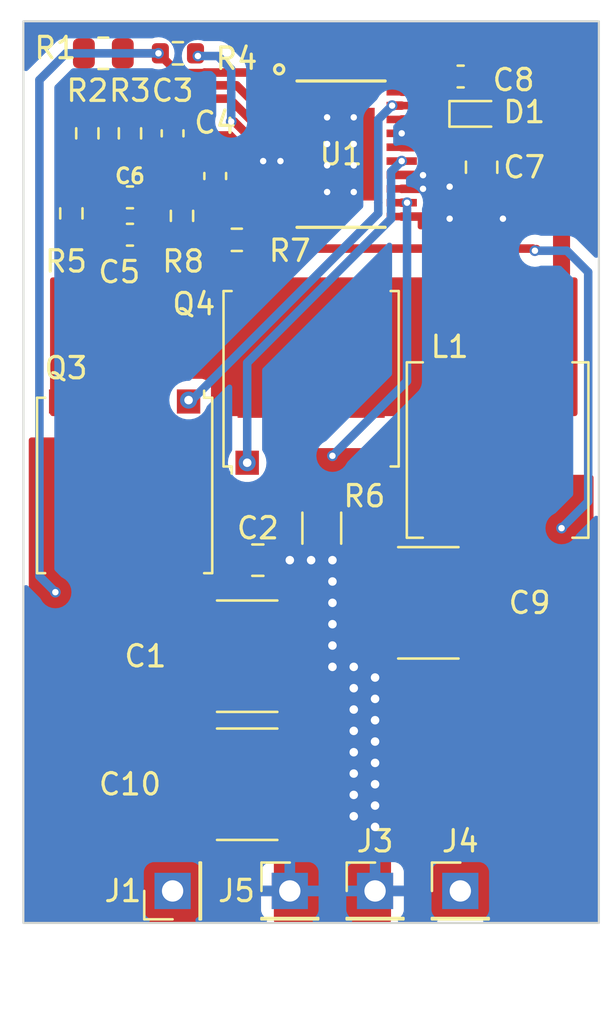
<source format=kicad_pcb>
(kicad_pcb (version 20240108) (generator "pcbnew") (generator_version "8.0")
  (layers (0 "F.Cu" signal) (1 "In1.Cu" signal) (2 "In2.Cu" signal) (31 "B.Cu" signal) (34 "B.Paste" user) (35 "F.Paste" user) (36 "B.SilkS" user "B.Silkscreen") (37 "F.SilkS" user "F.Silkscreen") (38 "B.Mask" user) (39 "F.Mask" user) (44 "Edge.Cuts" user))
  (net 0 "")
  (net 1 "Net-(J1-Pin_1)")
  (net 2 "GND")
  (net 3 "Net-(U1-RAMP)")
  (net 4 "Net-(U1-SS)")
  (net 5 "Net-(U1-COMP)")
  (net 6 "Net-(U1-FB)")
  (net 7 "Net-(C6-Pad1)")
  (net 8 "Net-(D1-A)")
  (net 9 "Net-(D1-K)")
  (net 10 "Net-(U1-UVLO)")
  (net 11 "Net-(U1-RT{slash}SYNC)")
  (net 12 "Net-(U1-EN)")
  (net 13 "Net-(Q3-S)")
  (net 14 "Net-(Q3-G)")
  (net 15 "Net-(Q4-G)")
  (net 16 "Net-(Q4-S)")
  (net 17 "Net-(J4-Pin_1)")
  (footprint "Capacitor_SMD:C_0603_1608Metric" (layer "F.Cu") (at 171.5 72.5 90)
    (property "Reference" "C4" (at 2.5 0 180) (layer "F.SilkS"))
    (property "Value" "33n")
    (fp_line (start -0.14058 -0.51) (end 0.14058 -0.51) (stroke (width 0.12)) (layer "F.SilkS"))
    (fp_line (start -0.14058 0.51) (end 0.14058 0.51) (stroke (width 0.12)) (layer "F.SilkS"))
    (pad "1" smd roundrect (at -0.775 0 90) (size 0.9 0.95) (layers "F.Cu" "F.Paste" "F.Mask") (net 4 "Net-(U1-SS)"))
    (pad "2" smd roundrect (at 0.775 0 90) (size 0.9 0.95) (layers "F.Cu" "F.Paste" "F.Mask") (net 2 "GND"))
  )
  (footprint "Package_TO_SOT_SMD:PQFN_8x8" (layer "F.Cu") (at 176 82 90)
    (property "Reference" "Q4" (at 3.5 -5.5 180) (layer "F.SilkS"))
    (property "Value" "Q_NMOS_GSD")
    (fp_line (start 4.11 -4.11) (end -4.11 -4.11) (stroke (width 0.12)) (layer "F.SilkS"))
    (fp_line (start 4.11 -3.73) (end 4.11 -4.11) (stroke (width 0.12)) (layer "F.SilkS"))
    (fp_line (start -4.11 -3.73) (end -4.11 -4.11) (stroke (width 0.12)) (layer "F.SilkS"))
    (fp_line (start -4.11 -3.73) (end -4.44 -3.73) (stroke (width 0.12)) (layer "F.SilkS"))
    (fp_line (start 4.11 3.73) (end 4.11 4.11) (stroke (width 0.12)) (layer "F.SilkS"))
    (fp_line (start -4.11 3.73) (end -4.11 4.11) (stroke (width 0.12)) (layer "F.SilkS"))
    (fp_line (start 4.11 4.11) (end -4.11 4.11) (stroke (width 0.12)) (layer "F.SilkS"))
    (pad "1" smd rect (at -3.935 -3 90) (size 1.13 1.1) (layers "F.Cu" "F.Paste" "F.Mask") (net 15 "Net-(Q4-G)"))
    (pad "2" smd custom (at -3.61 1 90) (size 0.48 5.1) (layers "F.Cu" "F.Paste" "F.Mask") (net 16 "Net-(Q4-S)") (options (clearance outline) (anchor rect)) (primitives (gr_poly (pts (xy -0.24 -1.45) (xy -0.89 -1.45) (xy -0.89 -2.55) (xy -0.24 -2.55)) (width 0) (fill yes)) (gr_poly (pts (xy -0.24 0.55) (xy -0.89 0.55) (xy -0.89 -0.55) (xy -0.24 -0.55)) (width 0) (fill yes)) (gr_poly (pts (xy -0.24 2.55) (xy -0.89 2.55) (xy -0.89 1.45) (xy -0.24 1.45)) (width 0) (fill yes))))
    (pad "3" smd custom (at 0.785 0 90) (size 5.23 6.9) (layers "F.Cu" "F.Mask") (net 13 "Net-(Q3-S)") (options (clearance outline) (anchor rect)) (primitives (gr_poly (pts (xy 3.715 -2.45) (xy 2.615 -2.45) (xy 2.615 -3.55) (xy 3.715 -3.55)) (width 0) (fill yes)) (gr_poly (pts (xy 3.715 -0.45) (xy 2.615 -0.45) (xy 2.615 -1.55) (xy 3.715 -1.55)) (width 0) (fill yes)) (gr_poly (pts (xy 3.715 1.55) (xy 2.615 1.55) (xy 2.615 0.45) (xy 3.715 0.45)) (width 0) (fill yes)) (gr_poly (pts (xy 3.715 3.55) (xy 2.615 3.55) (xy 2.615 2.45) (xy 3.715 2.45)) (width 0) (fill yes))))
  )
  (footprint "Resistor_SMD:R_0603_1608Metric" (layer "F.Cu") (at 169.75 66.75)
    (property "Reference" "R4" (at 2.75 0.25 0) (layer "F.SilkS"))
    (property "Value" "1Meg")
    (fp_line (start -0.237258 -0.5225) (end 0.237258 -0.5225) (stroke (width 0.12)) (layer "F.SilkS"))
    (fp_line (start -0.237258 0.5225) (end 0.237258 0.5225) (stroke (width 0.12)) (layer "F.SilkS"))
    (pad "1" smd roundrect (at -0.825 0) (size 0.8 0.95) (layers "F.Cu" "F.Paste" "F.Mask") (net 1 "Net-(J1-Pin_1)"))
    (pad "2" smd roundrect (at 0.825 0) (size 0.8 0.95) (layers "F.Cu" "F.Paste" "F.Mask") (net 12 "Net-(U1-EN)"))
  )
  (footprint "Resistor_SMD:R_0603_1608Metric" (layer "F.Cu") (at 172.513224 75.489917 180)
    (property "Reference" "R7" (at -2.486776 -0.510083 180) (layer "F.SilkS"))
    (property "Value" "62k")
    (fp_line (start -0.237258 0.5225) (end 0.237258 0.5225) (stroke (width 0.12)) (layer "F.SilkS"))
    (fp_line (start -0.237258 -0.5225) (end 0.237258 -0.5225) (stroke (width 0.12)) (layer "F.SilkS"))
    (pad "1" smd roundrect (at -0.825 0 180) (size 0.8 0.95) (layers "F.Cu" "F.Paste" "F.Mask") (net 17 "Net-(J4-Pin_1)"))
    (pad "2" smd roundrect (at 0.825 0 180) (size 0.8 0.95) (layers "F.Cu" "F.Paste" "F.Mask") (net 6 "Net-(U1-FB)"))
  )
  (footprint "Capacitor_SMD:C_0805_2012Metric" (layer "F.Cu") (at 184 72.087499 -90)
    (property "Reference" "C7" (at 0 -2 180) (layer "F.SilkS"))
    (property "Value" "1u")
    (fp_line (start -0.261252 0.735) (end 0.261252 0.735) (stroke (width 0.12)) (layer "F.SilkS"))
    (fp_line (start -0.261252 -0.735) (end 0.261252 -0.735) (stroke (width 0.12)) (layer "F.SilkS"))
    (pad "1" smd roundrect (at -0.95 0 270) (size 1 1.45) (layers "F.Cu" "F.Paste" "F.Mask") (net 8 "Net-(D1-A)"))
    (pad "2" smd roundrect (at 0.95 0 270) (size 1 1.45) (layers "F.Cu" "F.Paste" "F.Mask") (net 2 "GND"))
  )
  (footprint "Capacitor_SMD:C_0805_2012Metric" (layer "F.Cu") (at 173.5 90.5)
    (property "Reference" "C2" (at 0 -1.5 0) (layer "F.SilkS"))
    (property "Value" "100n")
    (fp_line (start -0.261252 -0.735) (end 0.261252 -0.735) (stroke (width 0.12)) (layer "F.SilkS"))
    (fp_line (start -0.261252 0.735) (end 0.261252 0.735) (stroke (width 0.12)) (layer "F.SilkS"))
    (pad "1" smd roundrect (at -0.95 0) (size 1 1.45) (layers "F.Cu" "F.Paste" "F.Mask") (net 1 "Net-(J1-Pin_1)"))
    (pad "2" smd roundrect (at 0.95 0) (size 1 1.45) (layers "F.Cu" "F.Paste" "F.Mask") (net 2 "GND"))
  )
  (footprint "footprints:MXA20A_TEX" (layer "F.Cu") (at 177.4052 71.474999)
    (property "Reference" "U1" (at 0 0 0) (layer "F.SilkS"))
    (property "Value" "LM5116MHX/NOPB")
    (fp_line (start -2.067964 3.429) (end 2.067951 3.429) (stroke (width 0.1524)) (layer "F.SilkS"))
    (fp_line (start 2.067964 -3.429) (end -2.067951 -3.429) (stroke (width 0.1524)) (layer "F.SilkS"))
    (pad "1" smd rect (at -2.8448 -2.925) (size 1.4224 0.3556) (layers "F.Cu" "F.Paste" "F.Mask") (net 1 "Net-(J1-Pin_1)"))
    (pad "2" smd rect (at -2.8448 -2.274999) (size 1.4224 0.3556) (layers "F.Cu" "F.Paste" "F.Mask") (net 10 "Net-(U1-UVLO)"))
    (pad "3" smd rect (at -2.8448 -1.625001) (size 1.4224 0.3556) (layers "F.Cu" "F.Paste" "F.Mask") (net 11 "Net-(U1-RT{slash}SYNC)"))
    (pad "4" smd rect (at -2.8448 -0.974999) (size 1.4224 0.3556) (layers "F.Cu" "F.Paste" "F.Mask") (net 12 "Net-(U1-EN)"))
    (pad "5" smd rect (at -2.8448 -0.325001) (size 1.4224 0.3556) (layers "F.Cu" "F.Paste" "F.Mask") (net 3 "Net-(U1-RAMP)"))
    (pad "6" smd rect (at -2.8448 0.324998) (size 1.4224 0.3556) (layers "F.Cu" "F.Paste" "F.Mask") (net 2 "GND"))
    (pad "7" smd rect (at -2.8448 0.974999) (size 1.4224 0.3556) (layers "F.Cu" "F.Paste" "F.Mask") (net 4 "Net-(U1-SS)"))
    (pad "8" smd rect (at -2.8448 1.624998) (size 1.4224 0.3556) (layers "F.Cu" "F.Paste" "F.Mask") (net 6 "Net-(U1-FB)"))
    (pad "9" smd rect (at -2.8448 2.274999) (size 1.4224 0.3556) (layers "F.Cu" "F.Paste" "F.Mask") (net 5 "Net-(U1-COMP)"))
    (pad "10" smd rect (at -2.8448 2.924998) (size 1.4224 0.3556) (layers "F.Cu" "F.Paste" "F.Mask") (net 17 "Net-(J4-Pin_1)"))
    (pad "11" smd rect (at 2.8448 2.925) (size 1.4224 0.3556) (layers "F.Cu" "F.Paste" "F.Mask") (net 2 "GND"))
    (pad "12" smd rect (at 2.8448 2.275002) (size 1.4224 0.3556) (layers "F.Cu" "F.Paste" "F.Mask") (net 16 "Net-(Q4-S)"))
    (pad "13" smd rect (at 2.8448 1.625001) (size 1.4224 0.3556) (layers "F.Cu" "F.Paste" "F.Mask") (net 2 "GND"))
    (pad "14" smd rect (at 2.8448 0.975002) (size 1.4224 0.3556) (layers "F.Cu" "F.Paste" "F.Mask") (net 2 "GND"))
    (pad "15" smd rect (at 2.8448 0.325001) (size 1.4224 0.3556) (layers "F.Cu" "F.Paste" "F.Mask") (net 15 "Net-(Q4-G)"))
    (pad "16" smd rect (at 2.8448 -0.324998) (size 1.4224 0.3556) (layers "F.Cu" "F.Paste" "F.Mask") (net 8 "Net-(D1-A)"))
    (pad "17" smd rect (at 2.8448 -0.974999) (size 1.4224 0.3556) (layers "F.Cu" "F.Paste" "F.Mask") (net 2 "GND"))
    (pad "18" smd rect (at 2.8448 -1.624998) (size 1.4224 0.3556) (layers "F.Cu" "F.Paste" "F.Mask") (net 9 "Net-(D1-K)"))
    (pad "19" smd rect (at 2.8448 -2.274999) (size 1.4224 0.3556) (layers "F.Cu" "F.Paste" "F.Mask") (net 14 "Net-(Q3-G)"))
    (pad "20" smd rect (at 2.8448 -2.924998) (size 1.4224 0.3556) (layers "F.Cu" "F.Paste" "F.Mask") (net 13 "Net-(Q3-S)"))
    (pad "21" smd rect (at 0 0) (size 3.1496 4.3434) (layers "F.Cu" "F.Paste" "F.Mask") (net 2 "GND"))
  )
  (footprint "Capacitor_SMD:C_0603_1608Metric" (layer "F.Cu") (at 183.016905 67.837499 180)
    (property "Reference" "C8" (at -2.483095 -0.162501 180) (layer "F.SilkS"))
    (property "Value" "100n")
    (fp_line (start -0.14058 0.51) (end 0.14058 0.51) (stroke (width 0.12)) (layer "F.SilkS"))
    (fp_line (start -0.14058 -0.51) (end 0.14058 -0.51) (stroke (width 0.12)) (layer "F.SilkS"))
    (pad "1" smd roundrect (at -0.775 0 180) (size 0.9 0.95) (layers "F.Cu" "F.Paste" "F.Mask") (net 9 "Net-(D1-K)"))
    (pad "2" smd roundrect (at 0.775 0 180) (size 0.9 0.95) (layers "F.Cu" "F.Paste" "F.Mask") (net 13 "Net-(Q3-S)"))
  )
  (footprint "Package_TO_SOT_SMD:PQFN_8x8" (layer "F.Cu") (at 167.25 87 -90)
    (property "Reference" "Q3" (at -5.5 2.75 180) (layer "F.SilkS"))
    (property "Value" "Q_NMOS_GSD")
    (fp_line (start 4.11 4.11) (end -4.11 4.11) (stroke (width 0.12)) (layer "F.SilkS"))
    (fp_line (start -4.11 3.73) (end -4.11 4.11) (stroke (width 0.12)) (layer "F.SilkS"))
    (fp_line (start 4.11 3.73) (end 4.11 4.11) (stroke (width 0.12)) (layer "F.SilkS"))
    (fp_line (start -4.11 -3.73) (end -4.44 -3.73) (stroke (width 0.12)) (layer "F.SilkS"))
    (fp_line (start -4.11 -3.73) (end -4.11 -4.11) (stroke (width 0.12)) (layer "F.SilkS"))
    (fp_line (start 4.11 -3.73) (end 4.11 -4.11) (stroke (width 0.12)) (layer "F.SilkS"))
    (fp_line (start 4.11 -4.11) (end -4.11 -4.11) (stroke (width 0.12)) (layer "F.SilkS"))
    (pad "1" smd rect (at -3.935 -3 270) (size 1.13 1.1) (layers "F.Cu" "F.Paste" "F.Mask") (net 14 "Net-(Q3-G)"))
    (pad "2" smd custom (at -3.61 1 270) (size 0.48 5.1) (layers "F.Cu" "F.Paste" "F.Mask") (net 13 "Net-(Q3-S)") (options (clearance outline) (anchor rect)) (primitives (gr_poly (pts (xy -0.24 -1.45) (xy -0.89 -1.45) (xy -0.89 -2.55) (xy -0.24 -2.55)) (width 0) (fill yes)) (gr_poly (pts (xy -0.24 0.55) (xy -0.89 0.55) (xy -0.89 -0.55) (xy -0.24 -0.55)) (width 0) (fill yes)) (gr_poly (pts (xy -0.24 2.55) (xy -0.89 2.55) (xy -0.89 1.45) (xy -0.24 1.45)) (width 0) (fill yes))))
    (pad "3" smd custom (at 0.785 0 270) (size 5.23 6.9) (layers "F.Cu" "F.Mask") (net 1 "Net-(J1-Pin_1)") (options (clearance outline) (anchor rect)) (primitives (gr_poly (pts (xy 3.715 -2.45) (xy 2.615 -2.45) (xy 2.615 -3.55) (xy 3.715 -3.55)) (width 0) (fill yes)) (gr_poly (pts (xy 3.715 -0.45) (xy 2.615 -0.45) (xy 2.615 -1.55) (xy 3.715 -1.55)) (width 0) (fill yes)) (gr_poly (pts (xy 3.715 1.55) (xy 2.615 1.55) (xy 2.615 0.45) (xy 3.715 0.45)) (width 0) (fill yes)) (gr_poly (pts (xy 3.715 3.55) (xy 2.615 3.55) (xy 2.615 2.45) (xy 3.715 2.45)) (width 0) (fill yes))))
  )
  (footprint "Inductor_SMD:L_Coilcraft_XAL7070-XXX" (layer "F.Cu") (at 184.75 85.34 -90)
    (property "Reference" "L1" (at -4.84 2.25 180) (layer "F.SilkS"))
    (property "Value" "1.2u")
    (fp_line (start -4.11 4.26) (end 4.11 4.26) (stroke (width 0.12)) (layer "F.SilkS"))
    (fp_line (start -4.11 4.26) (end -4.11 3.51) (stroke (width 0.12)) (layer "F.SilkS"))
    (fp_line (start 4.11 4.26) (end 4.11 3.51) (stroke (width 0.12)) (layer "F.SilkS"))
    (fp_line (start -4.11 -4.26) (end -4.11 -3.51) (stroke (width 0.12)) (layer "F.SilkS"))
    (fp_line (start -4.11 -4.26) (end 4.11 -4.26) (stroke (width 0.12)) (layer "F.SilkS"))
    (fp_line (start 4.11 -4.26) (end 4.11 -3.51) (stroke (width 0.12)) (layer "F.SilkS"))
    (pad "1" smd rect (at -2.41 0 270) (size 1.92 6.5) (layers "F.Cu" "F.Paste" "F.Mask") (net 13 "Net-(Q3-S)"))
    (pad "2" smd rect (at 2.41 0 270) (size 1.92 6.5) (layers "F.Cu" "F.Paste" "F.Mask") (net 17 "Net-(J4-Pin_1)"))
  )
  (footprint "Resistor_SMD:R_0603_1608Metric" (layer "F.Cu") (at 164.75 74.25 90)
    (property "Reference" "R5" (at -2.25 -0.25 180) (layer "F.SilkS"))
    (property "Value" "40.2k")
    (fp_line (start -0.237258 -0.5225) (end 0.237258 -0.5225) (stroke (width 0.12)) (layer "F.SilkS"))
    (fp_line (start -0.237258 0.5225) (end 0.237258 0.5225) (stroke (width 0.12)) (layer "F.SilkS"))
    (pad "1" smd roundrect (at -0.825 0 90) (size 0.8 0.95) (layers "F.Cu" "F.Paste" "F.Mask") (net 5 "Net-(U1-COMP)"))
    (pad "2" smd roundrect (at 0.825 0 90) (size 0.8 0.95) (layers "F.Cu" "F.Paste" "F.Mask") (net 7 "Net-(C6-Pad1)"))
  )
  (footprint "Resistor_SMD:R_1206_3216Metric" (layer "F.Cu") (at 176.5 89 -90)
    (property "Reference" "R6" (at -1.5 -2 180) (layer "F.SilkS"))
    (property "Value" "3m")
    (fp_line (start -0.727064 0.91) (end 0.727064 0.91) (stroke (width 0.12)) (layer "F.SilkS"))
    (fp_line (start -0.727064 -0.91) (end 0.727064 -0.91) (stroke (width 0.12)) (layer "F.SilkS"))
    (pad "1" smd roundrect (at -1.4625 0 270) (size 1.125 1.75) (layers "F.Cu" "F.Paste" "F.Mask") (roundrect_rratio 0.222222) (net 16 "Net-(Q4-S)"))
    (pad "2" smd roundrect (at 1.4625 0 270) (size 1.125 1.75) (layers "F.Cu" "F.Paste" "F.Mask") (roundrect_rratio 0.222222) (net 2 "GND"))
  )
  (footprint "Connector_PinHeader_2.54mm:PinHeader_1x01_P2.54mm_Vertical" (layer "F.Cu") (at 169.5 106 90)
    (property "Reference" "J1" (at 0 -2.33 180) (layer "F.SilkS"))
    (property "Value" "Conn_01x01_Pin")
    (fp_line (start -1.33 -1.33) (end 0 -1.33) (stroke (width 0.12)) (layer "F.SilkS"))
    (fp_line (start -1.33 0) (end -1.33 -1.33) (stroke (width 0.12)) (layer "F.SilkS"))
    (fp_line (start 1.33 1.27) (end 1.33 1.33) (stroke (width 0.12)) (layer "F.SilkS"))
    (fp_line (start -1.33 1.27) (end 1.33 1.27) (stroke (width 0.12)) (layer "F.SilkS"))
    (fp_line (start -1.33 1.27) (end -1.33 1.33) (stroke (width 0.12)) (layer "F.SilkS"))
    (fp_line (start -1.33 1.33) (end 1.33 1.33) (stroke (width 0.12)) (layer "F.SilkS"))
    (pad "1" thru_hole rect (at 0 0 90) (size 1.7 1.7) (drill 1) (layers "*.Cu" "*.Mask") (net 1 "Net-(J1-Pin_1)"))
  )
  (footprint "Connector_PinHeader_2.54mm:PinHeader_1x01_P2.54mm_Vertical" (layer "F.Cu") (at 179 106)
    (property "Reference" "J3" (at 0 -2.33 0) (layer "F.SilkS"))
    (property "Value" "Conn_01x01_Pin")
    (fp_line (start -1.33 -1.33) (end 0 -1.33) (stroke (width 0.12)) (layer "F.SilkS"))
    (fp_line (start -1.33 0) (end -1.33 -1.33) (stroke (width 0.12)) (layer "F.SilkS"))
    (fp_line (start -1.33 1.27) (end -1.33 1.33) (stroke (width 0.12)) (layer "F.SilkS"))
    (fp_line (start -1.33 1.27) (end 1.33 1.27) (stroke (width 0.12)) (layer "F.SilkS"))
    (fp_line (start -1.33 1.33) (end 1.33 1.33) (stroke (width 0.12)) (layer "F.SilkS"))
    (fp_line (start 1.33 1.27) (end 1.33 1.33) (stroke (width 0.12)) (layer "F.SilkS"))
    (pad "1" thru_hole rect (at 0 0) (size 1.7 1.7) (drill 1) (layers "*.Cu" "*.Mask") (net 2 "GND"))
  )
  (footprint "Capacitor_SMD:C_0603_1608Metric" (layer "F.Cu") (at 167.5 73.5)
    (property "Reference" "C6" (at 0 -1 0) (layer "F.SilkS") (effects (font (size 0.7 0.7))))
    (property "Value" "220p")
    (fp_line (start -0.14058 -0.51) (end 0.14058 -0.51) (stroke (width 0.12)) (layer "F.SilkS"))
    (fp_line (start -0.14058 0.51) (end 0.14058 0.51) (stroke (width 0.12)) (layer "F.SilkS"))
    (pad "1" smd roundrect (at -0.775 0) (size 0.9 0.95) (layers "F.Cu" "F.Paste" "F.Mask") (net 7 "Net-(C6-Pad1)"))
    (pad "2" smd roundrect (at 0.775 0) (size 0.9 0.95) (layers "F.Cu" "F.Paste" "F.Mask") (net 6 "Net-(U1-FB)"))
  )
  (footprint "Capacitor_SMD:C_2220_5750Metric" (layer "F.Cu") (at 173 101)
    (property "Reference" "C10" (at -5.5 0 360) (layer "F.SilkS"))
    (property "Value" "1u")
    (fp_line (start -1.415748 -2.61) (end 1.415748 -2.61) (stroke (width 0.12)) (layer "F.SilkS"))
    (fp_line (start -1.415748 2.61) (end 1.415748 2.61) (stroke (width 0.12)) (layer "F.SilkS"))
    (pad "1" smd roundrect (at -2.55 0) (size 1.8 5.4) (layers "F.Cu" "F.Paste" "F.Mask") (roundrect_rratio 0.138889) (net 1 "Net-(J1-Pin_1)"))
    (pad "2" smd roundrect (at 2.55 0) (size 1.8 5.4) (layers "F.Cu" "F.Paste" "F.Mask") (roundrect_rratio 0.138889) (net 2 "GND"))
  )
  (footprint "Connector_PinHeader_2.54mm:PinHeader_1x01_P2.54mm_Vertical" (layer "F.Cu") (at 183 106)
    (property "Reference" "J4" (at 0 -2.33 0) (layer "F.SilkS"))
    (property "Value" "Conn_01x01_Pin")
    (fp_line (start -1.33 -1.33) (end 0 -1.33) (stroke (width 0.12)) (layer "F.SilkS"))
    (fp_line (start -1.33 0) (end -1.33 -1.33) (stroke (width 0.12)) (layer "F.SilkS"))
    (fp_line (start -1.33 1.27) (end -1.33 1.33) (stroke (width 0.12)) (layer "F.SilkS"))
    (fp_line (start -1.33 1.27) (end 1.33 1.27) (stroke (width 0.12)) (layer "F.SilkS"))
    (fp_line (start -1.33 1.33) (end 1.33 1.33) (stroke (width 0.12)) (layer "F.SilkS"))
    (fp_line (start 1.33 1.27) (end 1.33 1.33) (stroke (width 0.12)) (layer "F.SilkS"))
    (pad "1" thru_hole rect (at 0 0) (size 1.7 1.7) (drill 1) (layers "*.Cu" "*.Mask") (net 17 "Net-(J4-Pin_1)"))
  )
  (footprint "Capacitor_SMD:C_0603_1608Metric" (layer "F.Cu") (at 167.5 75.25)
    (property "Reference" "C5" (at -0.5 1.75 0) (layer "F.SilkS"))
    (property "Value" "6.8p")
    (fp_line (start -0.14058 -0.51) (end 0.14058 -0.51) (stroke (width 0.12)) (layer "F.SilkS"))
    (fp_line (start -0.14058 0.51) (end 0.14058 0.51) (stroke (width 0.12)) (layer "F.SilkS"))
    (pad "1" smd roundrect (at -0.775 0) (size 0.9 0.95) (layers "F.Cu" "F.Paste" "F.Mask") (net 5 "Net-(U1-COMP)"))
    (pad "2" smd roundrect (at 0.775 0) (size 0.9 0.95) (layers "F.Cu" "F.Paste" "F.Mask") (net 6 "Net-(U1-FB)"))
  )
  (footprint "Resistor_SMD:R_0805_2012Metric" (layer "F.Cu") (at 166.25 66.75 180)
    (property "Reference" "R1" (at 2.25 0.25 180) (layer "F.SilkS"))
    (property "Value" "110k")
    (fp_line (start -0.227064 0.735) (end 0.227064 0.735) (stroke (width 0.12)) (layer "F.SilkS"))
    (fp_line (start -0.227064 -0.735) (end 0.227064 -0.735) (stroke (width 0.12)) (layer "F.SilkS"))
    (pad "1" smd roundrect (at -0.9125 0 180) (size 1.025 1.4) (layers "F.Cu" "F.Paste" "F.Mask") (roundrect_rratio 0.243902) (net 1 "Net-(J1-Pin_1)"))
    (pad "2" smd roundrect (at 0.9125 0 180) (size 1.025 1.4) (layers "F.Cu" "F.Paste" "F.Mask") (roundrect_rratio 0.243902) (net 10 "Net-(U1-UVLO)"))
  )
  (footprint "Resistor_SMD:R_0603_1608Metric" (layer "F.Cu") (at 167.5 70.5 -90)
    (property "Reference" "R3" (at -2 0 0) (layer "F.SilkS"))
    (property "Value" "1.91k")
    (fp_line (start -0.237258 0.5225) (end 0.237258 0.5225) (stroke (width 0.12)) (layer "F.SilkS"))
    (fp_line (start -0.237258 -0.5225) (end 0.237258 -0.5225) (stroke (width 0.12)) (layer "F.SilkS"))
    (pad "1" smd roundrect (at -0.825 0 270) (size 0.8 0.95) (layers "F.Cu" "F.Paste" "F.Mask") (net 11 "Net-(U1-RT{slash}SYNC)"))
    (pad "2" smd roundrect (at 0.825 0 270) (size 0.8 0.95) (layers "F.Cu" "F.Paste" "F.Mask") (net 2 "GND"))
  )
  (footprint "Diode_SMD:D_SOD-523" (layer "F.Cu") (at 183.75 69.587499)
    (property "Reference" "D1" (at 2.25 -0.087499 0) (layer "F.SilkS"))
    (property "Value" "BAS516")
    (fp_line (start -1.26 -0.6) (end -1.26 0.6) (stroke (width 0.12)) (layer "F.SilkS"))
    (fp_line (start 0.7 -0.6) (end -1.26 -0.6) (stroke (width 0.12)) (layer "F.SilkS"))
    (fp_line (start 0.7 0.6) (end -1.26 0.6) (stroke (width 0.12)) (layer "F.SilkS"))
    (pad "1" smd roundrect (at -0.7 0 180) (size 0.6 0.7) (layers "F.Cu" "F.Paste" "F.Mask") (net 9 "Net-(D1-K)"))
    (pad "2" smd roundrect (at 0.7 0 180) (size 0.6 0.7) (layers "F.Cu" "F.Paste" "F.Mask") (net 8 "Net-(D1-A)"))
  )
  (footprint "Resistor_SMD:R_0603_1608Metric" (layer "F.Cu") (at 165.5 70.5 -90)
    (property "Reference" "R2" (at -2 0 0) (layer "F.SilkS"))
    (property "Value" "2.15k")
    (fp_line (start -0.237258 0.5225) (end 0.237258 0.5225) (stroke (width 0.12)) (layer "F.SilkS"))
    (fp_line (start -0.237258 -0.5225) (end 0.237258 -0.5225) (stroke (width 0.12)) (layer "F.SilkS"))
    (pad "1" smd roundrect (at -0.825 0 270) (size 0.8 0.95) (layers "F.Cu" "F.Paste" "F.Mask") (net 10 "Net-(U1-UVLO)"))
    (pad "2" smd roundrect (at 0.825 0 270) (size 0.8 0.95) (layers "F.Cu" "F.Paste" "F.Mask") (net 2 "GND"))
  )
  (footprint "Resistor_SMD:R_0603_1608Metric" (layer "F.Cu") (at 169.941474 74.366488 90)
    (property "Reference" "R8" (at -2.133512 0.058526 180) (layer "F.SilkS"))
    (property "Value" "11.1k")
    (fp_line (start -0.237258 -0.5225) (end 0.237258 -0.5225) (stroke (width 0.12)) (layer "F.SilkS"))
    (fp_line (start -0.237258 0.5225) (end 0.237258 0.5225) (stroke (width 0.12)) (layer "F.SilkS"))
    (pad "1" smd roundrect (at -0.825 0 90) (size 0.8 0.95) (layers "F.Cu" "F.Paste" "F.Mask") (net 6 "Net-(U1-FB)"))
    (pad "2" smd roundrect (at 0.825 0 90) (size 0.8 0.95) (layers "F.Cu" "F.Paste" "F.Mask") (net 2 "GND"))
  )
  (footprint "Capacitor_SMD:C_2220_5650Metric" (layer "F.Cu") (at 181.5 92.5 180)
    (property "Reference" "C9" (at -4.75 0 180) (layer "F.SilkS"))
    (property "Value" "22u")
    (fp_line (start -1.415748 2.61) (end 1.415748 2.61) (stroke (width 0.12)) (layer "F.SilkS"))
    (fp_line (start -1.415748 -2.61) (end 1.415748 -2.61) (stroke (width 0.12)) (layer "F.SilkS"))
    (pad "1" smd roundrect (at -2.55 0 180) (size 1.8 5.4) (layers "F.Cu" "F.Paste" "F.Mask") (roundrect_rratio 0.138889) (net 17 "Net-(J4-Pin_1)"))
    (pad "2" smd roundrect (at 2.55 0 180) (size 1.8 5.4) (layers "F.Cu" "F.Paste" "F.Mask") (roundrect_rratio 0.138889) (net 2 "GND"))
  )
  (footprint "Connector_PinHeader_2.54mm:PinHeader_1x01_P2.54mm_Vertical" (layer "F.Cu") (at 175 106)
    (property "Reference" "J5" (at -2.5 0 0) (layer "F.SilkS"))
    (property "Value" "Conn_01x01_Pin")
    (fp_line (start -1.33 -1.33) (end 0 -1.33) (stroke (width 0.12)) (layer "F.SilkS"))
    (fp_line (start -1.33 0) (end -1.33 -1.33) (stroke (width 0.12)) (layer "F.SilkS"))
    (fp_line (start -1.33 1.27) (end -1.33 1.33) (stroke (width 0.12)) (layer "F.SilkS"))
    (fp_line (start -1.33 1.27) (end 1.33 1.27) (stroke (width 0.12)) (layer "F.SilkS"))
    (fp_line (start -1.33 1.33) (end 1.33 1.33) (stroke (width 0.12)) (layer "F.SilkS"))
    (fp_line (start 1.33 1.27) (end 1.33 1.33) (stroke (width 0.12)) (layer "F.SilkS"))
    (pad "1" thru_hole rect (at 0 0) (size 1.7 1.7) (drill 1) (layers "*.Cu" "*.Mask") (net 2 "GND"))
  )
  (footprint "Capacitor_SMD:C_2220_5750Metric" (layer "F.Cu") (at 173 95)
    (property "Reference" "C1" (at -4.775 0 0) (layer "F.SilkS"))
    (property "Value" "1u")
    (fp_line (start -1.415748 -2.61) (end 1.415748 -2.61) (stroke (width 0.12)) (layer "F.SilkS"))
    (fp_line (start -1.415748 2.61) (end 1.415748 2.61) (stroke (width 0.12)) (layer "F.SilkS"))
    (pad "1" smd roundrect (at -2.55 0) (size 1.8 5.4) (layers "F.Cu" "F.Paste" "F.Mask") (roundrect_rratio 0.138889) (net 1 "Net-(J1-Pin_1)"))
    (pad "2" smd roundrect (at 2.55 0) (size 1.8 5.4) (layers "F.Cu" "F.Paste" "F.Mask") (roundrect_rratio 0.138889) (net 2 "GND"))
  )
  (footprint "Capacitor_SMD:C_0603_1608Metric" (layer "F.Cu") (at 169.5 70.5 -90)
    (property "Reference" "C3" (at -2 0 0) (layer "F.SilkS"))
    (property "Value" "150p")
    (fp_line (start -0.14058 0.51) (end 0.14058 0.51) (stroke (width 0.12)) (layer "F.SilkS"))
    (fp_line (start -0.14058 -0.51) (end 0.14058 -0.51) (stroke (width 0.12)) (layer "F.SilkS"))
    (pad "1" smd roundrect (at -0.775 0 270) (size 0.9 0.95) (layers "F.Cu" "F.Paste" "F.Mask") (net 3 "Net-(U1-RAMP)"))
    (pad "2" smd roundrect (at 0.775 0 270) (size 0.9 0.95) (layers "F.Cu" "F.Paste" "F.Mask") (net 2 "GND"))
  )
  (gr_circle (center 174.5 67.5) (end 174.715672 67.506188) (stroke (width 0.15)) (fill none) (layer "F.SilkS"))
  (gr_rect (start 162.5 65.25) (end 189.5 107.5) (stroke (width 0.1)) (fill none) (layer "Edge.Cuts"))
  (segment (start 171.001679 67.650499) (end 173.6609 67.650499) (width 0.4) (layer "F.Cu") (net 1))
  (segment (start 169.763498 67.675998) (end 170.976179 67.675999) (width 0.4) (layer "F.Cu") (net 1))
  (segment (start 173.6609 67.650499) (end 174.5604 68.549999) (width 0.4) (layer "F.Cu") (net 1))
  (segment (start 170.976179 67.675999) (end 171.001679 67.650499) (width 0.4) (layer "F.Cu") (net 1))
  (segment (start 169.965 90.5) (end 167.25 87.785) (width 0.8) (layer "F.Cu") (net 1))
  (segment (start 172.55 90.5) (end 169.965 90.5) (width 0.8) (layer "F.Cu") (net 1))
  (segment (start 167.1625 66.75) (end 168.8375 66.75) (width 0.4) (layer "F.Cu") (net 1))
  (segment (start 168.8375 66.75) (end 169.763498 67.675998) (width 0.4) (layer "F.Cu") (net 1))
  (via (at 168.8375 66.75) (size 0.5) (drill 0.3) (layers "F.Cu" "B.Cu") (net 1))
  (via (at 164 92) (size 0.5) (drill 0.3) (layers "F.Cu" "B.Cu") (net 1))
  (segment (start 163.25 68) (end 163.25 91.25) (width 0.4) (layer "B.Cu") (net 1))
  (segment (start 164.5 66.75) (end 163.25 68) (width 0.4) (layer "B.Cu") (net 1))
  (segment (start 163.25 91.25) (end 164 92) (width 0.4) (layer "B.Cu") (net 1))
  (segment (start 168.8375 66.75) (end 164.5 66.75) (width 0.4) (layer "B.Cu") (net 1))
  (segment (start 182.175 74.75) (end 182.175 73.672808) (width 0.4) (layer "F.Cu") (net 2))
  (segment (start 181.771243 73.099999) (end 181.25 73.099999) (width 0.4) (layer "F.Cu") (net 2))
  (segment (start 181.240122 72.450001) (end 181.25 72.459879) (width 0.4) (layer "F.Cu") (net 2))
  (segment (start 182 73) (end 183.962501 73) (width 0.4) (layer "F.Cu") (net 2))
  (segment (start 180.25 72.450001) (end 181.240122 72.450001) (width 0.4) (layer "F.Cu") (net 2))
  (segment (start 180.250001 73.099999) (end 181.25 73.099999) (width 0.4) (layer "F.Cu") (net 2))
  (segment (start 169.941474 73.541488) (end 170 73.482962) (width 0.8) (layer "F.Cu") (net 2))
  (segment (start 170 72) (end 171.225 72) (width 0.8) (layer "F.Cu") (net 2))
  (segment (start 181.824999 74.399999) (end 182.175 74.75) (width 0.4) (layer "F.Cu") (net 2))
  (segment (start 182.175 73.672808) (end 182.259526 73.588282) (width 0.4) (layer "F.Cu") (net 2))
  (segment (start 165.5 71.325) (end 169.325 71.325) (width 0.8) (layer "F.Cu") (net 2))
  (segment (start 173.75 71.799997) (end 171.749997 71.799997) (width 0.4) (layer "F.Cu") (net 2))
  (segment (start 174.5604 71.799997) (end 173.75 71.799997) (width 0.4) (layer "F.Cu") (net 2))
  (segment (start 181.671244 73) (end 181.771243 73.099999) (width 0.4) (layer "F.Cu") (net 2))
  (segment (start 182.259526 73.588282) (end 182 73.328756) (width 0.4) (layer "F.Cu") (net 2))
  (segment (start 182 73) (end 181.671244 73) (width 0.4) (layer "F.Cu") (net 2))
  (segment (start 171.3625 71.4125) (end 171.5 71.55) (width 0.4) (layer "F.Cu") (net 2))
  (segment (start 182.411718 73.588282) (end 182.5 73.5) (width 0.4) (layer "F.Cu") (net 2))
  (segment (start 182.259526 73.588282) (end 182.411718 73.588282) (width 0.4) (layer "F.Cu") (net 2))
  (segment (start 179.991033 72.449801) (end 181.239922 72.449801) (width 0.4) (layer "F.Cu") (net 2))
  (segment (start 165.5 71.4125) (end 171.3625 71.4125) (width 0.4) (layer "F.Cu") (net 2))
  (segment (start 180.25 74.399999) (end 181.824999 74.399999) (width 0.4) (layer "F.Cu") (net 2))
  (segment (start 183.962501 73) (end 184 73.037499) (width 0.4) (layer "F.Cu") (net 2))
  (segment (start 169.325 71.325) (end 170 72) (width 0.8) (layer "F.Cu") (net 2))
  (segment (start 181.239922 72.449801) (end 181.25 72.459879) (width 0.4) (layer "F.Cu") (net 2))
  (segment (start 171.749997 71.799997) (end 171.5 71.55) (width 0.4) (layer "F.Cu") (net 2))
  (segment (start 171.225 72) (end 171.5 71.725) (width 0.8) (layer "F.Cu") (net 2))
  (segment (start 180.25 73.1) (end 180.250001 73.099999) (width 0.4) (layer "F.Cu") (net 2))
  (segment (start 170 73.482962) (end 170 72) (width 0.8) (layer "F.Cu") (net 2))
  (segment (start 182 73.328756) (end 182 73) (width 0.4) (layer "F.Cu") (net 2))
  (via (at 176.75 69.75) (size 0.5) (drill 0.3) (layers "F.Cu" "B.Cu") (net 2))
  (via (at 181.25 72.459879) (size 0.5) (drill 0.3) (layers "F.Cu" "B.Cu") (net 2))
  (via (at 180.25 70.5) (size 0.5) (drill 0.3) (layers "F.Cu" "B.Cu") (net 2))
  (via (at 176 90.5) (size 0.8) (drill 0.4) (layers "F.Cu" "B.Cu") (net 2))
  (via (at 176.75 73.25) (size 0.5) (drill 0.3) (layers "F.Cu" "B.Cu") (net 2))
  (via (at 176.75 72) (size 0.5) (drill 0.3) (layers "F.Cu" "B.Cu") (net 2))
  (via (at 178 71) (size 0.5) (drill 0.3) (layers "F.Cu" "B.Cu") (net 2))
  (via (at 177 93.5) (size 0.8) (drill 0.4) (layers "F.Cu" "B.Cu") (net 2))
  (via (at 178 72) (size 0.5) (drill 0.3) (layers "F.Cu" "B.Cu") (net 2))
  (via (at 178 73.25) (size 0.5) (drill 0.3) (layers "F.Cu" "B.Cu") (net 2))
  (via (at 181.25 73.099999) (size 0.5) (drill 0.3) (layers "F.Cu" "B.Cu") (net 2))
  (via (at 182.5 73) (size 0.5) (drill 0.3) (layers "F.Cu" "B.Cu") (net 2))
  (via (at 174.5604 71.799997) (size 0.5) (drill 0.3) (layers "F.Cu" "B.Cu") (net 2))
  (via (at 182.5 74.5) (size 0.5) (drill 0.3) (layers "F.Cu" "B.Cu") (net 2))
  (via (at 173.75 71.799997) (size 0.5) (drill 0.3) (layers "F.Cu" "B.Cu") (net 2))
  (via (at 177 95.5) (size 0.8) (drill 0.4) (layers "F.Cu" "B.Cu") (net 2))
  (via (at 178 95.5) (size 0.8) (drill 0.4) (layers "F.Cu" "B.Cu") (net 2))
  (via (at 185 74.5) (size 0.5) (drill 0.3) (layers "F.Cu" "B.Cu") (net 2))
  (via (at 178 101.5) (size 0.8) (drill 0.4) (layers "F.Cu" "B.Cu") (net 2))
  (via (at 179 101) (size 0.8) (drill 0.4) (layers "F.Cu" "B.Cu") (net 2))
  (via (at 177 90.5) (size 0.8) (drill 0.4) (layers "F.Cu" "B.Cu") (net 2))
  (via (at 179 97) (size 0.8) (drill 0.4) (layers "F.Cu" "B.Cu") (net 2))
  (via (at 177 92.5) (size 0.8) (drill 0.4) (layers "F.Cu" "B.Cu") (net 2))
  (via (at 179 102) (size 0.8) (drill 0.4) (layers "F.Cu" "B.Cu") (net 2))
  (via (at 179 96) (size 0.8) (drill 0.4) (layers "F.Cu" "B.Cu") (net 2))
  (via (at 176.75 71) (size 0.5) (drill 0.3) (layers "F.Cu" "B.Cu") (net 2))
  (via (at 177 91.5) (size 0.8) (drill 0.4) (layers "F.Cu" "B.Cu") (net 2))
  (via (at 175 90.5) (size 0.8) (drill 0.4) (layers "F.Cu" "B.Cu") (net 2))
  (via (at 178 100.5) (size 0.8) (drill 0.4) (layers "F.Cu" "B.Cu") (net 2))
  (via (at 178 102.5) (size 0.8) (drill 0.4) (layers "F.Cu" "B.Cu") (net 2))
  (via (at 178 96.5) (size 0.8) (drill 0.4) (layers "F.Cu" "B.Cu") (net 2))
  (via (at 178 69.75) (size 0.5) (drill 0.3) (layers "F.Cu" "B.Cu") (net 2))
  (via (at 179 98) (size 0.8) (drill 0.4) (layers "F.Cu" "B.Cu") (net 2))
  (via (at 179 100) (size 0.8) (drill 0.4) (layers "F.Cu" "B.Cu") (net 2))
  (via (at 178 99.5) (size 0.8) (drill 0.4) (layers "F.Cu" "B.Cu") (net 2))
  (via (at 178 98.5) (size 0.8) (drill 0.4) (layers "F.Cu" "B.Cu") (net 2))
  (via (at 179 103) (size 0.8) (drill 0.4) (layers "F.Cu" "B.Cu") (net 2))
  (via (at 179 99) (size 0.8) (drill 0.4) (layers "F.Cu" "B.Cu") (net 2))
  (via (at 178 97.5) (size 0.8) (drill 0.4) (layers "F.Cu" "B.Cu") (net 2))
  (via (at 177 94.5) (size 0.8) (drill 0.4) (layers "F.Cu" "B.Cu") (net 2))
  (segment (start 174.5604 71.799997) (end 173.75 71.799997) (width 0.4) (layer "B.Cu") (net 2))
  (segment (start 174.5604 71.149998) (end 172.744237 71.149998) (width 0.4) (layer "F.Cu") (net 3))
  (segment (start 172.193239 70.599) (end 170.549 70.599) (width 0.4) (layer "F.Cu") (net 3))
  (segment (start 170.549 70.599) (end 169.5 69.55) (width 0.4) (layer "F.Cu") (net 3))
  (segment (start 172.744237 71.149998) (end 172.193239 70.599) (width 0.4) (layer "F.Cu") (net 3))
  (segment (start 171.5 73.45) (end 172.500002 72.449998) (width 0.4) (layer "F.Cu") (net 4))
  (segment (start 172.500002 72.449998) (end 174.5604 72.449998) (width 0.4) (layer "F.Cu") (net 4))
  (segment (start 174.5604 73.749998) (end 173.500002 73.749998) (width 0.4) (layer "F.Cu") (net 5))
  (segment (start 172.142294 76.364917) (end 167.839917 76.364917) (width 0.4) (layer "F.Cu") (net 5))
  (segment (start 173.500002 73.749998) (end 172.5 74.75) (width 0.4) (layer "F.Cu") (net 5))
  (segment (start 164.925 75.25) (end 166.55 75.25) (width 0.4) (layer "F.Cu") (net 5))
  (segment (start 172.5 74.75) (end 172.5 76.007211) (width 0.4) (layer "F.Cu") (net 5))
  (segment (start 167.839917 76.364917) (end 166.725 75.25) (width 0.4) (layer "F.Cu") (net 5))
  (segment (start 164.75 75.075) (end 164.925 75.25) (width 0.4) (layer "F.Cu") (net 5))
  (segment (start 172.5 76.007211) (end 172.142294 76.364917) (width 0.4) (layer "F.Cu") (net 5))
  (segment (start 168.45 73.25) (end 168.45 75.075002) (width 0.4) (layer "F.Cu") (net 6))
  (segment (start 171.675 75.476693) (end 171.688224 75.489917) (width 0.4) (layer "F.Cu") (net 6))
  (segment (start 171.675 74.547402) (end 171.675 75.25) (width 0.4) (layer "F.Cu") (net 6))
  (segment (start 169.882962 75.25) (end 169.941474 75.191488) (width 0.4) (layer "F.Cu") (net 6))
  (segment (start 171.616488 75.191488) (end 171.675 75.25) (width 0.4) (layer "F.Cu") (net 6))
  (segment (start 173.122405 73.099997) (end 171.675 74.547402) (width 0.4) (layer "F.Cu") (net 6))
  (segment (start 171.675 75.25) (end 171.675 75.476693) (width 0.4) (layer "F.Cu") (net 6))
  (segment (start 169.941474 75.191488) (end 171.616488 75.191488) (width 0.4) (layer "F.Cu") (net 6))
  (segment (start 173.122405 73.099997) (end 174.5604 73.099997) (width 0.4) (layer "F.Cu") (net 6))
  (segment (start 168.45 75.075002) (end 168.275 75.250002) (width 0.4) (layer "F.Cu") (net 6))
  (segment (start 168.275 75.25) (end 169.882962 75.25) (width 0.4) (layer "F.Cu") (net 6))
  (segment (start 166.55 73.25) (end 164.925 73.25) (width 0.4) (layer "F.Cu") (net 7))
  (segment (start 164.925 73.25) (end 164.75 73.425) (width 0.4) (layer "F.Cu") (net 7))
  (segment (start 180.25 71.150001) (end 183.987498 71.150001) (width 0.4) (layer "F.Cu") (net 8))
  (segment (start 183.987498 71.150001) (end 184 71.137499) (width 0.4) (layer "F.Cu") (net 8))
  (segment (start 184 70.037499) (end 184 71.137499) (width 0.4) (layer "F.Cu") (net 8))
  (segment (start 184.45 69.587499) (end 184 70.037499) (width 0.4) (layer "F.Cu") (net 8))
  (segment (start 183.05 69.587499) (end 184.129406 68.508093) (width 0.4) (layer "F.Cu") (net 9))
  (segment (start 182.605615 70.031884) (end 183.05 69.587499) (width 0.4) (layer "F.Cu") (net 9))
  (segment (start 181.739221 70.031884) (end 182.605615 70.031884) (width 0.4) (layer "F.Cu") (net 9))
  (segment (start 184.129406 68) (end 183.966905 67.837499) (width 0.4) (layer "F.Cu") (net 9))
  (segment (start 180.25 69.850001) (end 181.557338 69.850001) (width 0.4) (layer "F.Cu") (net 9))
  (segment (start 181.557338 69.850001) (end 181.739221 70.031884) (width 0.4) (layer "F.Cu") (net 9))
  (segment (start 184.129406 68.508093) (end 184.129406 68) (width 0.4) (layer "F.Cu") (net 9))
  (segment (start 171.224501 68.275499) (end 165.362999 68.275499) (width 0.4) (layer "F.Cu") (net 10))
  (segment (start 173.4492 69.2) (end 172.4992 68.25) (width 0.4) (layer "F.Cu") (net 10))
  (segment (start 174.5604 69.2) (end 173.4492 69.2) (width 0.4) (layer "F.Cu") (net 10))
  (segment (start 165.3375 68.25) (end 165.3375 69.425) (width 0.4) (layer "F.Cu") (net 10))
  (segment (start 172.4992 68.25) (end 171.25 68.25) (width 0.4) (layer "F.Cu") (net 10))
  (segment (start 165.362999 68.275499) (end 165.3375 68.25) (width 0.4) (layer "F.Cu") (net 10))
  (segment (start 171.25 68.25) (end 171.224501 68.275499) (width 0.4) (layer "F.Cu") (net 10))
  (segment (start 165.3375 69.425) (end 165.5 69.5875) (width 0.4) (layer "F.Cu") (net 10))
  (segment (start 165.3375 66.75) (end 165.3375 68.25) (width 0.4) (layer "F.Cu") (net 10))
  (segment (start 174.5604 69.849998) (end 173.139882 69.849998) (width 0.4) (layer "F.Cu") (net 11))
  (segment (start 173.139882 69.849998) (end 172.164884 68.875) (width 0.4) (layer "F.Cu") (net 11))
  (segment (start 172.164884 68.875) (end 168.2125 68.875) (width 0.4) (layer "F.Cu") (net 11))
  (segment (start 168.2125 68.875) (end 167.5 69.5875) (width 0.4) (layer "F.Cu") (net 11))
  (segment (start 174.5604 70.5) (end 172.942061 70.5) (width 0.4) (layer "F.Cu") (net 12))
  (segment (start 172.391063 69.949002) (end 172.25 69.949002) (width 0.4) (layer "F.Cu") (net 12))
  (segment (start 172.942061 70.5) (end 172.391063 69.949002) (width 0.4) (layer "F.Cu") (net 12))
  (segment (start 170.6625 66.75) (end 170.6625 66.852634) (width 0.4) (layer "F.Cu") (net 12))
  (segment (start 170.6625 66.852634) (end 170.686365 66.876499) (width 0.4) (layer "F.Cu") (net 12))
  (via (at 170.686365 66.876499) (size 0.5) (drill 0.3) (layers "F.Cu" "B.Cu") (net 12))
  (via (at 172.25 69.949002) (size 0.5) (drill 0.3) (layers "F.Cu" "B.Cu") (net 12))
  (segment (start 172.25 67.5) (end 171.626499 66.876499) (width 0.4) (layer "B.Cu") (net 12))
  (segment (start 172.25 69.949002) (end 172.25 67.5) (width 0.4) (layer "B.Cu") (net 12))
  (segment (start 171.626499 66.876499) (end 170.686365 66.876499) (width 0.4) (layer "B.Cu") (net 12))
  (segment (start 182.066905 67.837499) (end 182.066905 67.810417) (width 0.8) (layer "F.Cu") (net 13))
  (segment (start 180.25 68.550001) (end 181.354403 68.550001) (width 0.4) (layer "F.Cu") (net 13))
  (segment (start 187.75 69.75) (end 187.75 78) (width 0.8) (layer "F.Cu") (net 13))
  (segment (start 182.241905 67.362499) (end 182.841905 66.762499) (width 0.8) (layer "F.Cu") (net 13))
  (segment (start 181.354403 68.550001) (end 182.066905 67.837499) (width 0.4) (layer "F.Cu") (net 13))
  (segment (start 182.241905 67.837499) (end 182.241905 67.362499) (width 0.8) (layer "F.Cu") (net 13))
  (segment (start 182.841905 66.762499) (end 185.012499 66.762499) (width 0.8) (layer "F.Cu") (net 13))
  (segment (start 185.012499 66.762499) (end 187.75 69.5) (width 0.8) (layer "F.Cu") (net 13))
  (segment (start 180.25 69.2) (end 179.799998 69.2) (width 0.4) (layer "F.Cu") (net 14))
  (via (at 179.799998 69.2) (size 0.5) (drill 0.3) (layers "F.Cu" "B.Cu") (net 14))
  (via (at 170.25 83) (size 0.8) (drill 0.4) (layers "F.Cu" "B.Cu") (net 14))
  (segment (start 179.15 73.75) (end 179.1505 73.7495) (width 0.4) (layer "B.Cu") (net 14))
  (segment (start 170.401472 83) (end 179.15 74.251472) (width 0.4) (layer "B.Cu") (net 14))
  (segment (start 179.1505 73.7495) (end 179.1505 69.849498) (width 0.4) (layer "B.Cu") (net 14))
  (segment (start 179.15 74.251472) (end 179.15 73.75) (width 0.4) (layer "B.Cu") (net 14))
  (segment (start 179.1505 69.849498) (end 179.799998 69.2) (width 0.4) (layer "B.Cu") (net 14))
  (segment (start 170.25 83) (end 170.401472 83) (width 0.4) (layer "B.Cu") (net 14))
  (segment (start 180.25 71.8) (end 180.249998 71.8) (width 0.4) (layer "F.Cu") (net 15))
  (via (at 180.249998 71.8) (size 0.5) (drill 0.3) (layers "F.Cu" "B.Cu") (net 15))
  (via (at 173 85.935) (size 0.8) (drill 0.4) (layers "F.Cu" "B.Cu") (net 15))
  (segment (start 173 81.25) (end 179.7505 74.4995) (width 0.4) (layer "B.Cu") (net 15))
  (segment (start 179.7505 72.299498) (end 180.249998 71.8) (width 0.4) (layer "B.Cu") (net 15))
  (segment (start 173 85.935) (end 173 81.25) (width 0.4) (layer "B.Cu") (net 15))
  (segment (start 173 85.935) (end 173 85.92) (width 0.4) (layer "B.Cu") (net 15))
  (segment (start 179.7505 74.4995) (end 179.7505 72.299498) (width 0.4) (layer "B.Cu") (net 15))
  (segment (start 180.499999 73.750001) (end 180.5 73.75) (width 0.4) (layer "F.Cu") (net 16))
  (segment (start 180.25 73.750001) (end 180.499999 73.750001) (width 0.4) (layer "F.Cu") (net 16))
  (via (at 177 85.61) (size 0.5) (drill 0.3) (layers "F.Cu" "B.Cu") (net 16))
  (via (at 180.5 73.75) (size 0.5) (drill 0.3) (layers "F.Cu" "B.Cu") (net 16))
  (segment (start 177 85.61) (end 180.5 82.11) (width 0.4) (layer "B.Cu") (net 16))
  (segment (start 180.5 82.11) (end 180.5 74) (width 0.4) (layer "B.Cu") (net 16))
  (segment (start 186.575 75.925) (end 186.5 76) (width 0.4) (layer "F.Cu") (net 17))
  (segment (start 186.4 75.9) (end 173.748307 75.9) (width 0.4) (layer "F.Cu") (net 17))
  (segment (start 186.5 76) (end 186.4 75.9) (width 0.4) (layer "F.Cu") (net 17))
  (segment (start 173.338224 75.489917) (end 173.47048 75.489917) (width 0.4) (layer "F.Cu") (net 17))
  (segment (start 173.748307 75.9) (end 173.338224 75.489917) (width 0.4) (layer "F.Cu") (net 17))
  (segment (start 173.47048 75.489917) (end 174.5604 74.399997) (width 0.4) (layer "F.Cu") (net 17))
  (via (at 187.75 89) (size 0.5) (drill 0.3) (layers "F.Cu" "B.Cu") (net 17))
  (via (at 186.5 76) (size 0.5) (drill 0.3) (layers "F.Cu" "B.Cu") (net 17))
  (segment (start 189 77) (end 189 87.75) (width 0.4) (layer "B.Cu") (net 17))
  (segment (start 188 76) (end 189 77) (width 0.4) (layer "B.Cu") (net 17))
  (segment (start 189 87.75) (end 187.75 89) (width 0.4) (layer "B.Cu") (net 17))
  (segment (start 186.5 76) (end 188 76) (width 0.4) (layer "B.Cu") (net 17))
  (zone (net 13) (net_name "Net-(Q3-S)") (layer "F.Cu") (priority 1) (connect_pads yes (clearance 0.5)) (min_thickness 0.25) (fill yes (thermal_gap 0.5) (thermal_bridge_width 0.5))
    (polygon (pts (xy 163.75 83.75) (xy 188.5 83.75) (xy 188.5 77.25) (xy 163.75 77.25)))
  )
  (zone (net 2) (net_name "GND") (layer "F.Cu") (priority 7) (connect_pads yes (clearance 0.5)) (min_thickness 0.25) (fill yes (thermal_gap 0.5) (thermal_bridge_width 0.5))
    (polygon (pts (xy 181 72.5) (xy 181 75) (xy 186 75) (xy 186 72.5)))
  )
  (zone (net 1) (net_name "Net-(J1-Pin_1)") (layer "F.Cu") (priority 3) (connect_pads yes (clearance 0.5)) (min_thickness 0.25) (fill yes (thermal_gap 0.5) (thermal_bridge_width 0.5))
    (polygon (pts (xy 171 84.75) (xy 171 107.75) (xy 162.75 107.75) (xy 162.75 84.75)))
  )
  (zone (net 16) (net_name "Net-(Q4-S)") (layer "F.Cu") (priority 5) (connect_pads yes (clearance 0.5)) (min_thickness 0.25) (fill yes (thermal_gap 0.5) (thermal_bridge_width 0.5))
    (polygon (pts (xy 174.25 85.25) (xy 174.25 88.25) (xy 179.75 88.25) (xy 179.75 85.25)))
  )
  (zone (net 17) (net_name "Net-(J4-Pin_1)") (layer "F.Cu") (priority 4) (connect_pads yes (clearance 0.5)) (min_thickness 0.25) (fill yes (thermal_gap 0.5) (thermal_bridge_width 0.5))
    (polygon (pts (xy 181.25 86.5) (xy 189.25 86.5) (xy 189.25 107.25) (xy 181.25 107.25)))
  )
  (zone (net 2) (net_name "GND") (layer "F.Cu") (priority 2) (connect_pads yes (clearance 0.5)) (min_thickness 0.25) (fill yes (thermal_gap 0.5) (thermal_bridge_width 0.5))
    (polygon (pts (xy 174.25 89.75) (xy 174.25 107.75) (xy 179.75 107.75) (xy 179.75 89.75)))
  )
  (zone (net 2) (net_name "GND") (layer "B.Cu") (connect_pads (clearance 0.5)) (min_thickness 0.25) (fill yes (thermal_gap 0.5) (thermal_bridge_width 0.5))
    (polygon (pts (xy 162 65) (xy 162 107.5) (xy 190 107.5) (xy 190 65)))
  )
)
</source>
